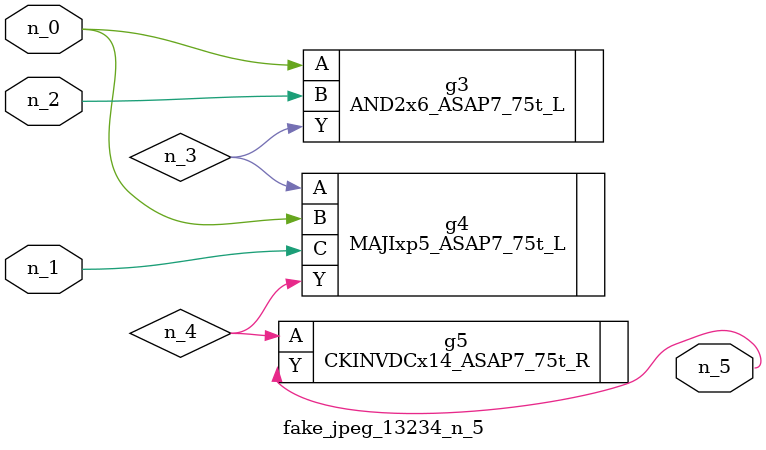
<source format=v>
module fake_jpeg_13234_n_5 (n_0, n_2, n_1, n_5);

input n_0;
input n_2;
input n_1;

output n_5;

wire n_3;
wire n_4;

AND2x6_ASAP7_75t_L g3 ( 
.A(n_0),
.B(n_2),
.Y(n_3)
);

MAJIxp5_ASAP7_75t_L g4 ( 
.A(n_3),
.B(n_0),
.C(n_1),
.Y(n_4)
);

CKINVDCx14_ASAP7_75t_R g5 ( 
.A(n_4),
.Y(n_5)
);


endmodule
</source>
